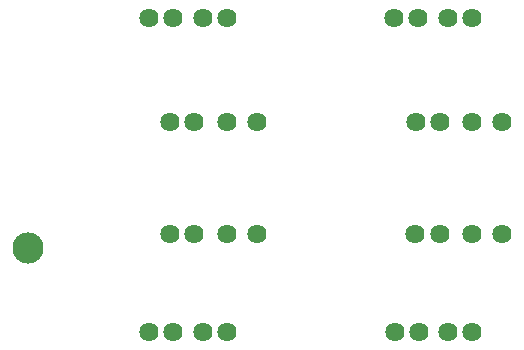
<source format=gbr>
G04 #@! TF.FileFunction,Soldermask,Bot*
%FSLAX46Y46*%
G04 Gerber Fmt 4.6, Leading zero omitted, Abs format (unit mm)*
G04 Created by KiCad (PCBNEW 4.0.5) date Fri Apr 14 16:53:27 2017*
%MOMM*%
%LPD*%
G01*
G04 APERTURE LIST*
%ADD10C,0.100000*%
%ADD11C,1.625600*%
%ADD12C,2.640000*%
G04 APERTURE END LIST*
D10*
D11*
X189923420Y-95623380D03*
X187393580Y-95623380D03*
X182620920Y-95623380D03*
X187396120Y-86819740D03*
X185361580Y-86819740D03*
X182819040Y-86819740D03*
X180792120Y-86819740D03*
X184655460Y-95623380D03*
X187393580Y-105153460D03*
X180835300Y-113416080D03*
X189923420Y-105153460D03*
X185359040Y-113416080D03*
X184655460Y-105153460D03*
X187393580Y-113416080D03*
X182559960Y-105153460D03*
X182869840Y-113416080D03*
D12*
X149783800Y-106258360D03*
D11*
X160004760Y-86819740D03*
X162031680Y-86819740D03*
X164574220Y-86819740D03*
X166608760Y-86819740D03*
X161833560Y-95623380D03*
X163868100Y-95623380D03*
X166606220Y-95623380D03*
X169136060Y-95623380D03*
X161772600Y-105153460D03*
X166606220Y-113416080D03*
X162082480Y-113416080D03*
X163868100Y-105153460D03*
X164571680Y-113416080D03*
X160047940Y-113416080D03*
X169136060Y-105153460D03*
X166606220Y-105153460D03*
M02*

</source>
